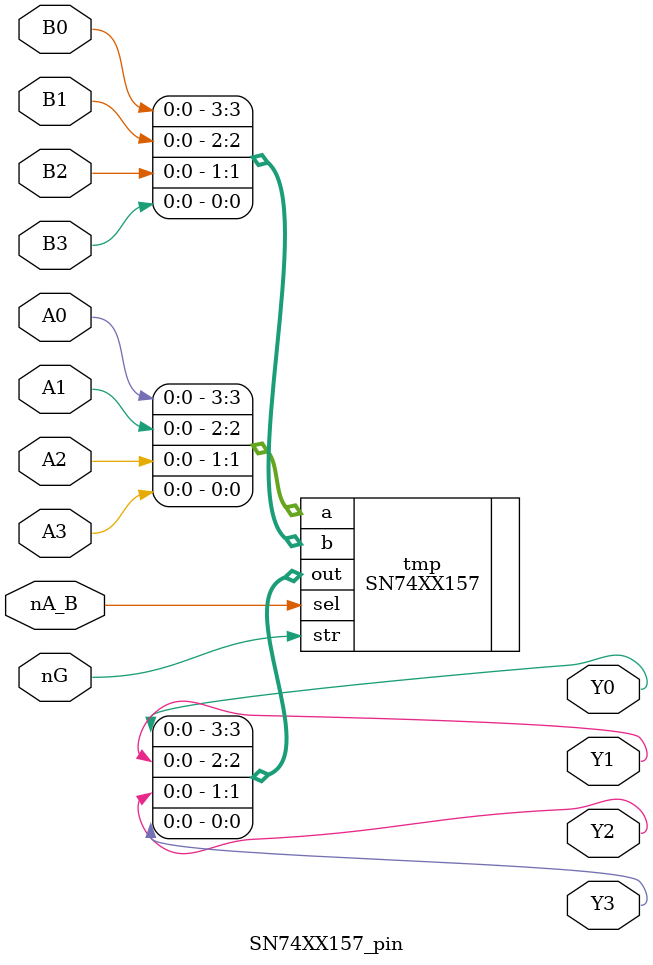
<source format=v>
`include "sn74lib.v"

module SN74XX157_pin(nA_B, A0, B0, Y0, A1, B1, Y1, A2, B2, Y2, A3, B3, Y3, nG);
  input nA_B, A0, B0, A1, B1, A2, B2, A3, B3, nG;
  output wire Y0, Y1, Y2, Y3;
  SN74XX157 tmp(.out({Y0, Y1, Y2, Y3}), .a({A0, A1, A2, A3}), .b({B0, B1, B2, B3}), .sel(nA_B), .str(nG));
endmodule


</source>
